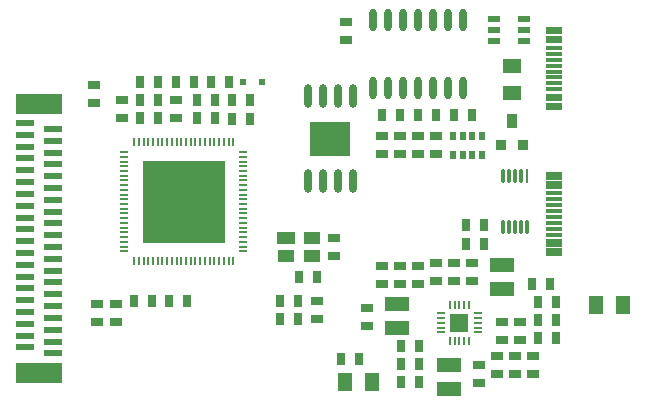
<source format=gtp>
G04*
G04 #@! TF.GenerationSoftware,Altium Limited,Altium Designer,22.7.1 (60)*
G04*
G04 Layer_Color=8421504*
%FSLAX44Y44*%
%MOMM*%
G71*
G04*
G04 #@! TF.SameCoordinates,186F2EC3-0C17-4490-BAB8-18F5E94287E0*
G04*
G04*
G04 #@! TF.FilePolarity,Positive*
G04*
G01*
G75*
%ADD40R,1.2700X1.5240*%
%ADD41O,0.2794X1.2700*%
%ADD42R,0.2794X1.2700*%
%ADD43R,0.8000X1.0000*%
%ADD44R,1.0000X0.8000*%
%ADD45R,2.1000X1.2000*%
%ADD46R,0.8000X0.2500*%
%ADD47R,1.5000X1.5000*%
%ADD48R,0.2500X0.8000*%
%ADD49R,1.0000X0.5500*%
%ADD50R,1.5240X1.2700*%
%ADD51R,1.4500X0.3000*%
%ADD52R,3.4000X3.0000*%
%ADD53O,0.6096X2.0320*%
%ADD54R,0.5000X0.7620*%
%ADD55R,0.9144X1.2700*%
%ADD56R,0.9144X0.9144*%
%ADD57O,0.6096X1.8796*%
%ADD58O,0.8000X0.2000*%
%ADD59O,0.2000X0.8000*%
%ADD60R,7.0000X7.0000*%
%ADD61R,4.0000X1.8000*%
%ADD62R,1.6000X0.5000*%
%ADD63R,0.5500X0.5000*%
%ADD64R,1.5000X1.0000*%
%ADD65R,1.4000X1.0000*%
G54D40*
X509270Y-257556D02*
D03*
X532130D02*
D03*
X319786Y-322580D02*
D03*
X296926D02*
D03*
G54D41*
X445690Y-148590D02*
D03*
X430690Y-191770D02*
D03*
Y-148590D02*
D03*
X435690Y-191770D02*
D03*
X440690Y-191770D02*
D03*
X445690D02*
D03*
X450690D02*
D03*
X435690Y-148590D02*
D03*
X440690D02*
D03*
G54D42*
X450690D02*
D03*
G54D43*
X359156Y-292189D02*
D03*
X343916D02*
D03*
X359156Y-307467D02*
D03*
X343916D02*
D03*
X359156Y-322707D02*
D03*
X343916D02*
D03*
X474980Y-270510D02*
D03*
X459740Y-270510D02*
D03*
X474980Y-285750D02*
D03*
X459740Y-285750D02*
D03*
X474980Y-255270D02*
D03*
X459740D02*
D03*
X414020Y-189700D02*
D03*
X398780D02*
D03*
X414020Y-205994D02*
D03*
X398780D02*
D03*
X403860Y-96520D02*
D03*
X388620D02*
D03*
X308610Y-303568D02*
D03*
X293370D02*
D03*
X327660Y-96482D02*
D03*
X342900D02*
D03*
X469900Y-240030D02*
D03*
X454660D02*
D03*
X373380Y-96520D02*
D03*
X358140D02*
D03*
X162560Y-254000D02*
D03*
X147320D02*
D03*
X133350D02*
D03*
X118110D02*
D03*
X123190Y-83820D02*
D03*
X138430D02*
D03*
X123190Y-99060D02*
D03*
X138430D02*
D03*
X153670Y-68580D02*
D03*
X168910D02*
D03*
X123190D02*
D03*
X138430D02*
D03*
X198120D02*
D03*
X182880D02*
D03*
X200660Y-100060D02*
D03*
X215900D02*
D03*
X186690Y-83820D02*
D03*
X171450D02*
D03*
Y-99060D02*
D03*
X186690D02*
D03*
X215900Y-83820D02*
D03*
X200660D02*
D03*
X241300Y-269240D02*
D03*
X256540D02*
D03*
X241300Y-253962D02*
D03*
X256540D02*
D03*
X273050Y-234188D02*
D03*
X257810D02*
D03*
G54D44*
X429260Y-287020D02*
D03*
Y-271780D02*
D03*
X444500D02*
D03*
Y-287020D02*
D03*
X425450Y-300990D02*
D03*
Y-316230D02*
D03*
X410156Y-323850D02*
D03*
Y-308610D02*
D03*
X455892Y-300990D02*
D03*
Y-316230D02*
D03*
X440690D02*
D03*
Y-300990D02*
D03*
X358140Y-240030D02*
D03*
Y-224790D02*
D03*
X342900D02*
D03*
Y-240030D02*
D03*
X327698D02*
D03*
Y-224790D02*
D03*
X373418Y-237490D02*
D03*
Y-222250D02*
D03*
X388658Y-237490D02*
D03*
Y-222250D02*
D03*
X314960Y-260350D02*
D03*
Y-275590D02*
D03*
X403860Y-222250D02*
D03*
Y-237490D02*
D03*
X327660Y-129540D02*
D03*
Y-114300D02*
D03*
X342900Y-129540D02*
D03*
Y-114300D02*
D03*
X358178D02*
D03*
Y-129540D02*
D03*
X373380Y-114300D02*
D03*
Y-129540D02*
D03*
X297142Y-33020D02*
D03*
Y-17780D02*
D03*
X102870Y-271780D02*
D03*
Y-256540D02*
D03*
X86360Y-271780D02*
D03*
Y-256540D02*
D03*
X83782Y-86360D02*
D03*
Y-71120D02*
D03*
X107950Y-83820D02*
D03*
Y-99060D02*
D03*
X153708Y-83820D02*
D03*
Y-99060D02*
D03*
X273088Y-254000D02*
D03*
Y-269240D02*
D03*
X287020Y-216408D02*
D03*
Y-201168D02*
D03*
G54D45*
X384810Y-328810D02*
D03*
Y-308610D02*
D03*
X340360Y-256600D02*
D03*
Y-276800D02*
D03*
X429260Y-223580D02*
D03*
Y-243780D02*
D03*
G54D46*
X377848Y-272670D02*
D03*
X408848D02*
D03*
X377848Y-264670D02*
D03*
Y-268670D02*
D03*
Y-276670D02*
D03*
X377848Y-280670D02*
D03*
X408848D02*
D03*
Y-276670D02*
D03*
Y-268670D02*
D03*
X408848Y-264670D02*
D03*
G54D47*
X393348Y-272670D02*
D03*
G54D48*
Y-288170D02*
D03*
Y-257170D02*
D03*
X401348Y-257170D02*
D03*
X397348Y-257170D02*
D03*
X389348D02*
D03*
X385348D02*
D03*
X385348Y-288170D02*
D03*
X389348D02*
D03*
X397348D02*
D03*
X401348D02*
D03*
G54D49*
X448465Y-15290D02*
D03*
Y-24790D02*
D03*
Y-34290D02*
D03*
X422465D02*
D03*
Y-24790D02*
D03*
Y-15290D02*
D03*
G54D50*
X438150Y-55246D02*
D03*
Y-78106D02*
D03*
G54D51*
X473710Y-146600D02*
D03*
Y-149600D02*
D03*
Y-157350D02*
D03*
Y-162850D02*
D03*
Y-167850D02*
D03*
Y-172850D02*
D03*
Y-177850D02*
D03*
Y-182850D02*
D03*
Y-154350D02*
D03*
Y-206350D02*
D03*
Y-187850D02*
D03*
Y-192850D02*
D03*
Y-197850D02*
D03*
Y-203350D02*
D03*
Y-211100D02*
D03*
Y-214100D02*
D03*
Y-23600D02*
D03*
Y-26600D02*
D03*
Y-34350D02*
D03*
Y-39850D02*
D03*
Y-44850D02*
D03*
Y-49850D02*
D03*
Y-54850D02*
D03*
Y-59850D02*
D03*
Y-31350D02*
D03*
Y-83350D02*
D03*
Y-64850D02*
D03*
Y-69850D02*
D03*
Y-74850D02*
D03*
Y-80350D02*
D03*
Y-88100D02*
D03*
Y-91100D02*
D03*
G54D52*
X284226Y-116586D02*
D03*
G54D53*
X290830Y-152518D02*
D03*
X303530D02*
D03*
X278130D02*
D03*
X265430D02*
D03*
Y-80518D02*
D03*
X278130D02*
D03*
X290830D02*
D03*
X303530D02*
D03*
G54D54*
X412240Y-130810D02*
D03*
Y-114740D02*
D03*
X404240Y-130810D02*
D03*
Y-114740D02*
D03*
X396240Y-130810D02*
D03*
Y-114740D02*
D03*
X388240Y-130810D02*
D03*
Y-114740D02*
D03*
G54D55*
X438150Y-101600D02*
D03*
G54D56*
X447548Y-121920D02*
D03*
X428498D02*
D03*
G54D57*
X320040Y-16510D02*
D03*
X332740D02*
D03*
X345440D02*
D03*
X358140D02*
D03*
X370840D02*
D03*
X383540D02*
D03*
X396240D02*
D03*
Y-73914D02*
D03*
X383540D02*
D03*
X370840D02*
D03*
X358140D02*
D03*
X345440D02*
D03*
X332740D02*
D03*
X320040D02*
D03*
G54D58*
X109504Y-128004D02*
D03*
Y-132004D02*
D03*
Y-136004D02*
D03*
Y-140004D02*
D03*
Y-144004D02*
D03*
Y-148004D02*
D03*
Y-152004D02*
D03*
Y-156004D02*
D03*
Y-160004D02*
D03*
Y-164004D02*
D03*
Y-168004D02*
D03*
Y-172004D02*
D03*
Y-176004D02*
D03*
Y-180004D02*
D03*
Y-184004D02*
D03*
Y-188004D02*
D03*
Y-192004D02*
D03*
Y-196004D02*
D03*
Y-200004D02*
D03*
Y-204004D02*
D03*
Y-208004D02*
D03*
Y-212004D02*
D03*
X210504D02*
D03*
Y-208004D02*
D03*
Y-204004D02*
D03*
Y-200004D02*
D03*
Y-196004D02*
D03*
Y-192004D02*
D03*
Y-188004D02*
D03*
Y-184004D02*
D03*
Y-180004D02*
D03*
Y-176004D02*
D03*
Y-172004D02*
D03*
Y-168004D02*
D03*
Y-164004D02*
D03*
Y-160004D02*
D03*
Y-156004D02*
D03*
Y-152004D02*
D03*
Y-148004D02*
D03*
Y-144004D02*
D03*
Y-140004D02*
D03*
Y-136004D02*
D03*
Y-132004D02*
D03*
Y-128004D02*
D03*
G54D59*
X118004Y-220504D02*
D03*
X122004D02*
D03*
X126004D02*
D03*
X130004D02*
D03*
X134004D02*
D03*
X138004D02*
D03*
X142004D02*
D03*
X146004D02*
D03*
X150004D02*
D03*
X154004D02*
D03*
X158004D02*
D03*
X162004D02*
D03*
X166004D02*
D03*
X170004D02*
D03*
X202004Y-119504D02*
D03*
X198004D02*
D03*
X194004D02*
D03*
X190004D02*
D03*
X186004D02*
D03*
X182004D02*
D03*
X178004D02*
D03*
X174004D02*
D03*
X170004D02*
D03*
X166004D02*
D03*
X162004D02*
D03*
X158004D02*
D03*
X154004D02*
D03*
X150004D02*
D03*
X146004D02*
D03*
X142004D02*
D03*
X138004D02*
D03*
X134004D02*
D03*
X130004D02*
D03*
X126004D02*
D03*
X122004D02*
D03*
X118004D02*
D03*
X202004Y-220504D02*
D03*
X186004D02*
D03*
X182004D02*
D03*
X178004D02*
D03*
X174004D02*
D03*
X190004D02*
D03*
X194004D02*
D03*
X198004D02*
D03*
G54D60*
X160004Y-170004D02*
D03*
G54D61*
X37531Y-86929D02*
D03*
Y-314930D02*
D03*
G54D62*
X49530Y-298430D02*
D03*
X25532Y-293428D02*
D03*
X49530Y-288430D02*
D03*
X25532Y-283428D02*
D03*
X49530Y-278430D02*
D03*
X25532Y-273428D02*
D03*
X49530Y-268430D02*
D03*
X25532Y-263428D02*
D03*
X49530Y-258430D02*
D03*
X25532Y-253428D02*
D03*
X49530Y-248430D02*
D03*
X25532Y-243428D02*
D03*
X49530Y-238430D02*
D03*
X25532Y-233428D02*
D03*
X49530Y-228430D02*
D03*
X25532Y-223429D02*
D03*
X49530Y-218430D02*
D03*
X25532Y-213429D02*
D03*
X49530Y-208430D02*
D03*
X25532Y-203429D02*
D03*
X49530Y-198430D02*
D03*
X25532Y-193429D02*
D03*
X49530Y-188430D02*
D03*
X25532Y-183429D02*
D03*
X49530Y-178430D02*
D03*
X25532Y-173429D02*
D03*
X49530Y-168430D02*
D03*
X25532Y-163429D02*
D03*
X49530Y-158430D02*
D03*
X25532Y-153429D02*
D03*
X49530Y-148430D02*
D03*
X25532Y-143429D02*
D03*
X49530Y-138430D02*
D03*
X25532Y-133429D02*
D03*
X49530Y-128430D02*
D03*
X25532Y-123429D02*
D03*
X49530Y-118430D02*
D03*
X25532Y-113429D02*
D03*
X49530Y-108430D02*
D03*
X25532Y-103429D02*
D03*
G54D63*
X210440Y-68580D02*
D03*
X226440D02*
D03*
G54D64*
X246380Y-200408D02*
D03*
G54D65*
X268380D02*
D03*
Y-216408D02*
D03*
X246380D02*
D03*
M02*

</source>
